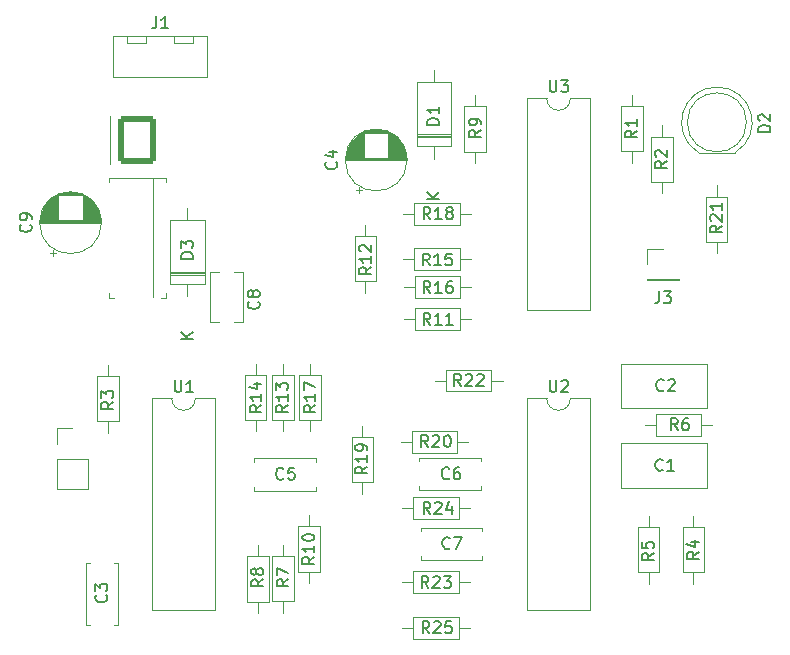
<source format=gto>
%TF.GenerationSoftware,KiCad,Pcbnew,(6.0.4)*%
%TF.CreationDate,2022-04-22T20:46:49-07:00*%
%TF.ProjectId,beacondetector-v2,62656163-6f6e-4646-9574-6563746f722d,v2.0*%
%TF.SameCoordinates,Original*%
%TF.FileFunction,Legend,Top*%
%TF.FilePolarity,Positive*%
%FSLAX46Y46*%
G04 Gerber Fmt 4.6, Leading zero omitted, Abs format (unit mm)*
G04 Created by KiCad (PCBNEW (6.0.4)) date 2022-04-22 20:46:49*
%MOMM*%
%LPD*%
G01*
G04 APERTURE LIST*
G04 Aperture macros list*
%AMRoundRect*
0 Rectangle with rounded corners*
0 $1 Rounding radius*
0 $2 $3 $4 $5 $6 $7 $8 $9 X,Y pos of 4 corners*
0 Add a 4 corners polygon primitive as box body*
4,1,4,$2,$3,$4,$5,$6,$7,$8,$9,$2,$3,0*
0 Add four circle primitives for the rounded corners*
1,1,$1+$1,$2,$3*
1,1,$1+$1,$4,$5*
1,1,$1+$1,$6,$7*
1,1,$1+$1,$8,$9*
0 Add four rect primitives between the rounded corners*
20,1,$1+$1,$2,$3,$4,$5,0*
20,1,$1+$1,$4,$5,$6,$7,0*
20,1,$1+$1,$6,$7,$8,$9,0*
20,1,$1+$1,$8,$9,$2,$3,0*%
G04 Aperture macros list end*
%ADD10C,0.150000*%
%ADD11C,0.120000*%
%ADD12C,0.100000*%
%ADD13O,1.600000X1.600000*%
%ADD14R,1.600000X1.600000*%
%ADD15C,1.600000*%
%ADD16C,3.200000*%
%ADD17O,1.400000X1.400000*%
%ADD18C,1.400000*%
%ADD19R,2.200000X2.200000*%
%ADD20O,2.200000X2.200000*%
%ADD21C,2.000000*%
%ADD22R,2.000000X2.000000*%
%ADD23R,1.700000X1.700000*%
%ADD24O,1.700000X1.700000*%
%ADD25C,1.800000*%
%ADD26R,1.800000X1.800000*%
%ADD27RoundRect,0.250000X-1.330000X-1.800000X1.330000X-1.800000X1.330000X1.800000X-1.330000X1.800000X0*%
%ADD28O,3.160000X4.100000*%
G04 APERTURE END LIST*
D10*
X158531495Y-78295780D02*
X158531495Y-79105304D01*
X158579114Y-79200542D01*
X158626733Y-79248161D01*
X158721971Y-79295780D01*
X158912447Y-79295780D01*
X159007685Y-79248161D01*
X159055304Y-79200542D01*
X159102923Y-79105304D01*
X159102923Y-78295780D01*
X159483876Y-78295780D02*
X160102923Y-78295780D01*
X159769590Y-78676733D01*
X159912447Y-78676733D01*
X160007685Y-78724352D01*
X160055304Y-78771971D01*
X160102923Y-78867209D01*
X160102923Y-79105304D01*
X160055304Y-79200542D01*
X160007685Y-79248161D01*
X159912447Y-79295780D01*
X159626733Y-79295780D01*
X159531495Y-79248161D01*
X159483876Y-79200542D01*
X168108333Y-111278942D02*
X168060714Y-111326561D01*
X167917857Y-111374180D01*
X167822619Y-111374180D01*
X167679761Y-111326561D01*
X167584523Y-111231323D01*
X167536904Y-111136085D01*
X167489285Y-110945609D01*
X167489285Y-110802752D01*
X167536904Y-110612276D01*
X167584523Y-110517038D01*
X167679761Y-110421800D01*
X167822619Y-110374180D01*
X167917857Y-110374180D01*
X168060714Y-110421800D01*
X168108333Y-110469419D01*
X169060714Y-111374180D02*
X168489285Y-111374180D01*
X168775000Y-111374180D02*
X168775000Y-110374180D01*
X168679761Y-110517038D01*
X168584523Y-110612276D01*
X168489285Y-110659895D01*
X167355780Y-118327466D02*
X166879590Y-118660800D01*
X167355780Y-118898895D02*
X166355780Y-118898895D01*
X166355780Y-118517942D01*
X166403400Y-118422704D01*
X166451019Y-118375085D01*
X166546257Y-118327466D01*
X166689114Y-118327466D01*
X166784352Y-118375085D01*
X166831971Y-118422704D01*
X166879590Y-118517942D01*
X166879590Y-118898895D01*
X166355780Y-117422704D02*
X166355780Y-117898895D01*
X166831971Y-117946514D01*
X166784352Y-117898895D01*
X166736733Y-117803657D01*
X166736733Y-117565561D01*
X166784352Y-117470323D01*
X166831971Y-117422704D01*
X166927209Y-117375085D01*
X167165304Y-117375085D01*
X167260542Y-117422704D01*
X167308161Y-117470323D01*
X167355780Y-117565561D01*
X167355780Y-117803657D01*
X167308161Y-117898895D01*
X167260542Y-117946514D01*
X148378942Y-93975180D02*
X148045609Y-93498990D01*
X147807514Y-93975180D02*
X147807514Y-92975180D01*
X148188466Y-92975180D01*
X148283704Y-93022800D01*
X148331323Y-93070419D01*
X148378942Y-93165657D01*
X148378942Y-93308514D01*
X148331323Y-93403752D01*
X148283704Y-93451371D01*
X148188466Y-93498990D01*
X147807514Y-93498990D01*
X149331323Y-93975180D02*
X148759895Y-93975180D01*
X149045609Y-93975180D02*
X149045609Y-92975180D01*
X148950371Y-93118038D01*
X148855133Y-93213276D01*
X148759895Y-93260895D01*
X150236085Y-92975180D02*
X149759895Y-92975180D01*
X149712276Y-93451371D01*
X149759895Y-93403752D01*
X149855133Y-93356133D01*
X150093228Y-93356133D01*
X150188466Y-93403752D01*
X150236085Y-93451371D01*
X150283704Y-93546609D01*
X150283704Y-93784704D01*
X150236085Y-93879942D01*
X150188466Y-93927561D01*
X150093228Y-93975180D01*
X149855133Y-93975180D01*
X149759895Y-93927561D01*
X149712276Y-93879942D01*
X128341387Y-93397305D02*
X127341387Y-93397305D01*
X127341387Y-93159210D01*
X127389007Y-93016352D01*
X127484245Y-92921114D01*
X127579483Y-92873495D01*
X127769959Y-92825876D01*
X127912816Y-92825876D01*
X128103292Y-92873495D01*
X128198530Y-92921114D01*
X128293768Y-93016352D01*
X128341387Y-93159210D01*
X128341387Y-93397305D01*
X127341387Y-92492543D02*
X127341387Y-91873495D01*
X127722340Y-92206829D01*
X127722340Y-92063971D01*
X127769959Y-91968733D01*
X127817578Y-91921114D01*
X127912816Y-91873495D01*
X128150911Y-91873495D01*
X128246149Y-91921114D01*
X128293768Y-91968733D01*
X128341387Y-92063971D01*
X128341387Y-92349686D01*
X128293768Y-92444924D01*
X128246149Y-92492543D01*
X128315980Y-100185504D02*
X127315980Y-100185504D01*
X128315980Y-99614076D02*
X127744552Y-100042647D01*
X127315980Y-99614076D02*
X127887409Y-100185504D01*
X148429742Y-90063580D02*
X148096409Y-89587390D01*
X147858314Y-90063580D02*
X147858314Y-89063580D01*
X148239266Y-89063580D01*
X148334504Y-89111200D01*
X148382123Y-89158819D01*
X148429742Y-89254057D01*
X148429742Y-89396914D01*
X148382123Y-89492152D01*
X148334504Y-89539771D01*
X148239266Y-89587390D01*
X147858314Y-89587390D01*
X149382123Y-90063580D02*
X148810695Y-90063580D01*
X149096409Y-90063580D02*
X149096409Y-89063580D01*
X149001171Y-89206438D01*
X148905933Y-89301676D01*
X148810695Y-89349295D01*
X149953552Y-89492152D02*
X149858314Y-89444533D01*
X149810695Y-89396914D01*
X149763076Y-89301676D01*
X149763076Y-89254057D01*
X149810695Y-89158819D01*
X149858314Y-89111200D01*
X149953552Y-89063580D01*
X150144028Y-89063580D01*
X150239266Y-89111200D01*
X150286885Y-89158819D01*
X150334504Y-89254057D01*
X150334504Y-89301676D01*
X150286885Y-89396914D01*
X150239266Y-89444533D01*
X150144028Y-89492152D01*
X149953552Y-89492152D01*
X149858314Y-89539771D01*
X149810695Y-89587390D01*
X149763076Y-89682628D01*
X149763076Y-89873104D01*
X149810695Y-89968342D01*
X149858314Y-90015961D01*
X149953552Y-90063580D01*
X150144028Y-90063580D01*
X150239266Y-90015961D01*
X150286885Y-89968342D01*
X150334504Y-89873104D01*
X150334504Y-89682628D01*
X150286885Y-89587390D01*
X150239266Y-89539771D01*
X150144028Y-89492152D01*
X136418580Y-120562666D02*
X135942390Y-120896000D01*
X136418580Y-121134095D02*
X135418580Y-121134095D01*
X135418580Y-120753142D01*
X135466200Y-120657904D01*
X135513819Y-120610285D01*
X135609057Y-120562666D01*
X135751914Y-120562666D01*
X135847152Y-120610285D01*
X135894771Y-120657904D01*
X135942390Y-120753142D01*
X135942390Y-121134095D01*
X135418580Y-120229333D02*
X135418580Y-119562666D01*
X136418580Y-119991238D01*
X136367780Y-105806257D02*
X135891590Y-106139590D01*
X136367780Y-106377685D02*
X135367780Y-106377685D01*
X135367780Y-105996733D01*
X135415400Y-105901495D01*
X135463019Y-105853876D01*
X135558257Y-105806257D01*
X135701114Y-105806257D01*
X135796352Y-105853876D01*
X135843971Y-105901495D01*
X135891590Y-105996733D01*
X135891590Y-106377685D01*
X136367780Y-104853876D02*
X136367780Y-105425304D01*
X136367780Y-105139590D02*
X135367780Y-105139590D01*
X135510638Y-105234828D01*
X135605876Y-105330066D01*
X135653495Y-105425304D01*
X135367780Y-104520542D02*
X135367780Y-103901495D01*
X135748733Y-104234828D01*
X135748733Y-104091971D01*
X135796352Y-103996733D01*
X135843971Y-103949114D01*
X135939209Y-103901495D01*
X136177304Y-103901495D01*
X136272542Y-103949114D01*
X136320161Y-103996733D01*
X136367780Y-104091971D01*
X136367780Y-104377685D01*
X136320161Y-104472923D01*
X136272542Y-104520542D01*
X140450542Y-85215066D02*
X140498161Y-85262685D01*
X140545780Y-85405542D01*
X140545780Y-85500780D01*
X140498161Y-85643638D01*
X140402923Y-85738876D01*
X140307685Y-85786495D01*
X140117209Y-85834114D01*
X139974352Y-85834114D01*
X139783876Y-85786495D01*
X139688638Y-85738876D01*
X139593400Y-85643638D01*
X139545780Y-85500780D01*
X139545780Y-85405542D01*
X139593400Y-85262685D01*
X139641019Y-85215066D01*
X139879114Y-84357923D02*
X140545780Y-84357923D01*
X139498161Y-84596019D02*
X140212447Y-84834114D01*
X140212447Y-84215066D01*
X134132580Y-105806257D02*
X133656390Y-106139590D01*
X134132580Y-106377685D02*
X133132580Y-106377685D01*
X133132580Y-105996733D01*
X133180200Y-105901495D01*
X133227819Y-105853876D01*
X133323057Y-105806257D01*
X133465914Y-105806257D01*
X133561152Y-105853876D01*
X133608771Y-105901495D01*
X133656390Y-105996733D01*
X133656390Y-106377685D01*
X134132580Y-104853876D02*
X134132580Y-105425304D01*
X134132580Y-105139590D02*
X133132580Y-105139590D01*
X133275438Y-105234828D01*
X133370676Y-105330066D01*
X133418295Y-105425304D01*
X133465914Y-103996733D02*
X134132580Y-103996733D01*
X133084961Y-104234828D02*
X133799247Y-104472923D01*
X133799247Y-103853876D01*
X148277342Y-121280180D02*
X147944009Y-120803990D01*
X147705914Y-121280180D02*
X147705914Y-120280180D01*
X148086866Y-120280180D01*
X148182104Y-120327800D01*
X148229723Y-120375419D01*
X148277342Y-120470657D01*
X148277342Y-120613514D01*
X148229723Y-120708752D01*
X148182104Y-120756371D01*
X148086866Y-120803990D01*
X147705914Y-120803990D01*
X148658295Y-120375419D02*
X148705914Y-120327800D01*
X148801152Y-120280180D01*
X149039247Y-120280180D01*
X149134485Y-120327800D01*
X149182104Y-120375419D01*
X149229723Y-120470657D01*
X149229723Y-120565895D01*
X149182104Y-120708752D01*
X148610676Y-121280180D01*
X149229723Y-121280180D01*
X149563057Y-120280180D02*
X150182104Y-120280180D01*
X149848771Y-120661133D01*
X149991628Y-120661133D01*
X150086866Y-120708752D01*
X150134485Y-120756371D01*
X150182104Y-120851609D01*
X150182104Y-121089704D01*
X150134485Y-121184942D01*
X150086866Y-121232561D01*
X149991628Y-121280180D01*
X149705914Y-121280180D01*
X149610676Y-121232561D01*
X149563057Y-121184942D01*
X143098780Y-111005857D02*
X142622590Y-111339190D01*
X143098780Y-111577285D02*
X142098780Y-111577285D01*
X142098780Y-111196333D01*
X142146400Y-111101095D01*
X142194019Y-111053476D01*
X142289257Y-111005857D01*
X142432114Y-111005857D01*
X142527352Y-111053476D01*
X142574971Y-111101095D01*
X142622590Y-111196333D01*
X142622590Y-111577285D01*
X143098780Y-110053476D02*
X143098780Y-110624904D01*
X143098780Y-110339190D02*
X142098780Y-110339190D01*
X142241638Y-110434428D01*
X142336876Y-110529666D01*
X142384495Y-110624904D01*
X143098780Y-109577285D02*
X143098780Y-109386809D01*
X143051161Y-109291571D01*
X143003542Y-109243952D01*
X142860685Y-109148714D01*
X142670209Y-109101095D01*
X142289257Y-109101095D01*
X142194019Y-109148714D01*
X142146400Y-109196333D01*
X142098780Y-109291571D01*
X142098780Y-109482047D01*
X142146400Y-109577285D01*
X142194019Y-109624904D01*
X142289257Y-109672523D01*
X142527352Y-109672523D01*
X142622590Y-109624904D01*
X142670209Y-109577285D01*
X142717828Y-109482047D01*
X142717828Y-109291571D01*
X142670209Y-109196333D01*
X142622590Y-109148714D01*
X142527352Y-109101095D01*
X148429742Y-96311980D02*
X148096409Y-95835790D01*
X147858314Y-96311980D02*
X147858314Y-95311980D01*
X148239266Y-95311980D01*
X148334504Y-95359600D01*
X148382123Y-95407219D01*
X148429742Y-95502457D01*
X148429742Y-95645314D01*
X148382123Y-95740552D01*
X148334504Y-95788171D01*
X148239266Y-95835790D01*
X147858314Y-95835790D01*
X149382123Y-96311980D02*
X148810695Y-96311980D01*
X149096409Y-96311980D02*
X149096409Y-95311980D01*
X149001171Y-95454838D01*
X148905933Y-95550076D01*
X148810695Y-95597695D01*
X150239266Y-95311980D02*
X150048790Y-95311980D01*
X149953552Y-95359600D01*
X149905933Y-95407219D01*
X149810695Y-95550076D01*
X149763076Y-95740552D01*
X149763076Y-96121504D01*
X149810695Y-96216742D01*
X149858314Y-96264361D01*
X149953552Y-96311980D01*
X150144028Y-96311980D01*
X150239266Y-96264361D01*
X150286885Y-96216742D01*
X150334504Y-96121504D01*
X150334504Y-95883409D01*
X150286885Y-95788171D01*
X150239266Y-95740552D01*
X150144028Y-95692933D01*
X149953552Y-95692933D01*
X149858314Y-95740552D01*
X149810695Y-95788171D01*
X149763076Y-95883409D01*
X151045942Y-104185980D02*
X150712609Y-103709790D01*
X150474514Y-104185980D02*
X150474514Y-103185980D01*
X150855466Y-103185980D01*
X150950704Y-103233600D01*
X150998323Y-103281219D01*
X151045942Y-103376457D01*
X151045942Y-103519314D01*
X150998323Y-103614552D01*
X150950704Y-103662171D01*
X150855466Y-103709790D01*
X150474514Y-103709790D01*
X151426895Y-103281219D02*
X151474514Y-103233600D01*
X151569752Y-103185980D01*
X151807847Y-103185980D01*
X151903085Y-103233600D01*
X151950704Y-103281219D01*
X151998323Y-103376457D01*
X151998323Y-103471695D01*
X151950704Y-103614552D01*
X151379276Y-104185980D01*
X151998323Y-104185980D01*
X152379276Y-103281219D02*
X152426895Y-103233600D01*
X152522133Y-103185980D01*
X152760228Y-103185980D01*
X152855466Y-103233600D01*
X152903085Y-103281219D01*
X152950704Y-103376457D01*
X152950704Y-103471695D01*
X152903085Y-103614552D01*
X152331657Y-104185980D01*
X152950704Y-104185980D01*
X136002733Y-112015542D02*
X135955114Y-112063161D01*
X135812257Y-112110780D01*
X135717019Y-112110780D01*
X135574161Y-112063161D01*
X135478923Y-111967923D01*
X135431304Y-111872685D01*
X135383685Y-111682209D01*
X135383685Y-111539352D01*
X135431304Y-111348876D01*
X135478923Y-111253638D01*
X135574161Y-111158400D01*
X135717019Y-111110780D01*
X135812257Y-111110780D01*
X135955114Y-111158400D01*
X136002733Y-111206019D01*
X136907495Y-111110780D02*
X136431304Y-111110780D01*
X136383685Y-111586971D01*
X136431304Y-111539352D01*
X136526542Y-111491733D01*
X136764638Y-111491733D01*
X136859876Y-111539352D01*
X136907495Y-111586971D01*
X136955114Y-111682209D01*
X136955114Y-111920304D01*
X136907495Y-112015542D01*
X136859876Y-112063161D01*
X136764638Y-112110780D01*
X136526542Y-112110780D01*
X136431304Y-112063161D01*
X136383685Y-112015542D01*
X165933380Y-82564266D02*
X165457190Y-82897600D01*
X165933380Y-83135695D02*
X164933380Y-83135695D01*
X164933380Y-82754742D01*
X164981000Y-82659504D01*
X165028619Y-82611885D01*
X165123857Y-82564266D01*
X165266714Y-82564266D01*
X165361952Y-82611885D01*
X165409571Y-82659504D01*
X165457190Y-82754742D01*
X165457190Y-83135695D01*
X165933380Y-81611885D02*
X165933380Y-82183314D01*
X165933380Y-81897600D02*
X164933380Y-81897600D01*
X165076238Y-81992838D01*
X165171476Y-82088076D01*
X165219095Y-82183314D01*
X114572742Y-90523666D02*
X114620361Y-90571285D01*
X114667980Y-90714142D01*
X114667980Y-90809380D01*
X114620361Y-90952238D01*
X114525123Y-91047476D01*
X114429885Y-91095095D01*
X114239409Y-91142714D01*
X114096552Y-91142714D01*
X113906076Y-91095095D01*
X113810838Y-91047476D01*
X113715600Y-90952238D01*
X113667980Y-90809380D01*
X113667980Y-90714142D01*
X113715600Y-90571285D01*
X113763219Y-90523666D01*
X114667980Y-90047476D02*
X114667980Y-89857000D01*
X114620361Y-89761761D01*
X114572742Y-89714142D01*
X114429885Y-89618904D01*
X114239409Y-89571285D01*
X113858457Y-89571285D01*
X113763219Y-89618904D01*
X113715600Y-89666523D01*
X113667980Y-89761761D01*
X113667980Y-89952238D01*
X113715600Y-90047476D01*
X113763219Y-90095095D01*
X113858457Y-90142714D01*
X114096552Y-90142714D01*
X114191790Y-90095095D01*
X114239409Y-90047476D01*
X114287028Y-89952238D01*
X114287028Y-89761761D01*
X114239409Y-89666523D01*
X114191790Y-89618904D01*
X114096552Y-89571285D01*
X158531495Y-103695780D02*
X158531495Y-104505304D01*
X158579114Y-104600542D01*
X158626733Y-104648161D01*
X158721971Y-104695780D01*
X158912447Y-104695780D01*
X159007685Y-104648161D01*
X159055304Y-104600542D01*
X159102923Y-104505304D01*
X159102923Y-103695780D01*
X159531495Y-103791019D02*
X159579114Y-103743400D01*
X159674352Y-103695780D01*
X159912447Y-103695780D01*
X160007685Y-103743400D01*
X160055304Y-103791019D01*
X160102923Y-103886257D01*
X160102923Y-103981495D01*
X160055304Y-104124352D01*
X159483876Y-104695780D01*
X160102923Y-104695780D01*
X148429742Y-115006380D02*
X148096409Y-114530190D01*
X147858314Y-115006380D02*
X147858314Y-114006380D01*
X148239266Y-114006380D01*
X148334504Y-114054000D01*
X148382123Y-114101619D01*
X148429742Y-114196857D01*
X148429742Y-114339714D01*
X148382123Y-114434952D01*
X148334504Y-114482571D01*
X148239266Y-114530190D01*
X147858314Y-114530190D01*
X148810695Y-114101619D02*
X148858314Y-114054000D01*
X148953552Y-114006380D01*
X149191647Y-114006380D01*
X149286885Y-114054000D01*
X149334504Y-114101619D01*
X149382123Y-114196857D01*
X149382123Y-114292095D01*
X149334504Y-114434952D01*
X148763076Y-115006380D01*
X149382123Y-115006380D01*
X150239266Y-114339714D02*
X150239266Y-115006380D01*
X150001171Y-113958761D02*
X149763076Y-114673047D01*
X150382123Y-114673047D01*
X148429742Y-99004380D02*
X148096409Y-98528190D01*
X147858314Y-99004380D02*
X147858314Y-98004380D01*
X148239266Y-98004380D01*
X148334504Y-98052000D01*
X148382123Y-98099619D01*
X148429742Y-98194857D01*
X148429742Y-98337714D01*
X148382123Y-98432952D01*
X148334504Y-98480571D01*
X148239266Y-98528190D01*
X147858314Y-98528190D01*
X149382123Y-99004380D02*
X148810695Y-99004380D01*
X149096409Y-99004380D02*
X149096409Y-98004380D01*
X149001171Y-98147238D01*
X148905933Y-98242476D01*
X148810695Y-98290095D01*
X150334504Y-99004380D02*
X149763076Y-99004380D01*
X150048790Y-99004380D02*
X150048790Y-98004380D01*
X149953552Y-98147238D01*
X149858314Y-98242476D01*
X149763076Y-98290095D01*
X173121580Y-90609657D02*
X172645390Y-90942990D01*
X173121580Y-91181085D02*
X172121580Y-91181085D01*
X172121580Y-90800133D01*
X172169200Y-90704895D01*
X172216819Y-90657276D01*
X172312057Y-90609657D01*
X172454914Y-90609657D01*
X172550152Y-90657276D01*
X172597771Y-90704895D01*
X172645390Y-90800133D01*
X172645390Y-91181085D01*
X172216819Y-90228704D02*
X172169200Y-90181085D01*
X172121580Y-90085847D01*
X172121580Y-89847752D01*
X172169200Y-89752514D01*
X172216819Y-89704895D01*
X172312057Y-89657276D01*
X172407295Y-89657276D01*
X172550152Y-89704895D01*
X173121580Y-90276323D01*
X173121580Y-89657276D01*
X173121580Y-88704895D02*
X173121580Y-89276323D01*
X173121580Y-88990609D02*
X172121580Y-88990609D01*
X172264438Y-89085847D01*
X172359676Y-89181085D01*
X172407295Y-89276323D01*
X169378333Y-107919780D02*
X169045000Y-107443590D01*
X168806904Y-107919780D02*
X168806904Y-106919780D01*
X169187857Y-106919780D01*
X169283095Y-106967400D01*
X169330714Y-107015019D01*
X169378333Y-107110257D01*
X169378333Y-107253114D01*
X169330714Y-107348352D01*
X169283095Y-107395971D01*
X169187857Y-107443590D01*
X168806904Y-107443590D01*
X170235476Y-106919780D02*
X170045000Y-106919780D01*
X169949761Y-106967400D01*
X169902142Y-107015019D01*
X169806904Y-107157876D01*
X169759285Y-107348352D01*
X169759285Y-107729304D01*
X169806904Y-107824542D01*
X169854523Y-107872161D01*
X169949761Y-107919780D01*
X170140238Y-107919780D01*
X170235476Y-107872161D01*
X170283095Y-107824542D01*
X170330714Y-107729304D01*
X170330714Y-107491209D01*
X170283095Y-107395971D01*
X170235476Y-107348352D01*
X170140238Y-107300733D01*
X169949761Y-107300733D01*
X169854523Y-107348352D01*
X169806904Y-107395971D01*
X169759285Y-107491209D01*
X150023533Y-111990142D02*
X149975914Y-112037761D01*
X149833057Y-112085380D01*
X149737819Y-112085380D01*
X149594961Y-112037761D01*
X149499723Y-111942523D01*
X149452104Y-111847285D01*
X149404485Y-111656809D01*
X149404485Y-111513952D01*
X149452104Y-111323476D01*
X149499723Y-111228238D01*
X149594961Y-111133000D01*
X149737819Y-111085380D01*
X149833057Y-111085380D01*
X149975914Y-111133000D01*
X150023533Y-111180619D01*
X150880676Y-111085380D02*
X150690200Y-111085380D01*
X150594961Y-111133000D01*
X150547342Y-111180619D01*
X150452104Y-111323476D01*
X150404485Y-111513952D01*
X150404485Y-111894904D01*
X150452104Y-111990142D01*
X150499723Y-112037761D01*
X150594961Y-112085380D01*
X150785438Y-112085380D01*
X150880676Y-112037761D01*
X150928295Y-111990142D01*
X150975914Y-111894904D01*
X150975914Y-111656809D01*
X150928295Y-111561571D01*
X150880676Y-111513952D01*
X150785438Y-111466333D01*
X150594961Y-111466333D01*
X150499723Y-111513952D01*
X150452104Y-111561571D01*
X150404485Y-111656809D01*
X134284980Y-120562666D02*
X133808790Y-120896000D01*
X134284980Y-121134095D02*
X133284980Y-121134095D01*
X133284980Y-120753142D01*
X133332600Y-120657904D01*
X133380219Y-120610285D01*
X133475457Y-120562666D01*
X133618314Y-120562666D01*
X133713552Y-120610285D01*
X133761171Y-120657904D01*
X133808790Y-120753142D01*
X133808790Y-121134095D01*
X133713552Y-119991238D02*
X133665933Y-120086476D01*
X133618314Y-120134095D01*
X133523076Y-120181714D01*
X133475457Y-120181714D01*
X133380219Y-120134095D01*
X133332600Y-120086476D01*
X133284980Y-119991238D01*
X133284980Y-119800761D01*
X133332600Y-119705523D01*
X133380219Y-119657904D01*
X133475457Y-119610285D01*
X133523076Y-119610285D01*
X133618314Y-119657904D01*
X133665933Y-119705523D01*
X133713552Y-119800761D01*
X133713552Y-119991238D01*
X133761171Y-120086476D01*
X133808790Y-120134095D01*
X133904028Y-120181714D01*
X134094504Y-120181714D01*
X134189742Y-120134095D01*
X134237361Y-120086476D01*
X134284980Y-119991238D01*
X134284980Y-119800761D01*
X134237361Y-119705523D01*
X134189742Y-119657904D01*
X134094504Y-119610285D01*
X133904028Y-119610285D01*
X133808790Y-119657904D01*
X133761171Y-119705523D01*
X133713552Y-119800761D01*
X120981742Y-121883466D02*
X121029361Y-121931085D01*
X121076980Y-122073942D01*
X121076980Y-122169180D01*
X121029361Y-122312038D01*
X120934123Y-122407276D01*
X120838885Y-122454895D01*
X120648409Y-122502514D01*
X120505552Y-122502514D01*
X120315076Y-122454895D01*
X120219838Y-122407276D01*
X120124600Y-122312038D01*
X120076980Y-122169180D01*
X120076980Y-122073942D01*
X120124600Y-121931085D01*
X120172219Y-121883466D01*
X120076980Y-121550133D02*
X120076980Y-120931085D01*
X120457933Y-121264419D01*
X120457933Y-121121561D01*
X120505552Y-121026323D01*
X120553171Y-120978704D01*
X120648409Y-120931085D01*
X120886504Y-120931085D01*
X120981742Y-120978704D01*
X121029361Y-121026323D01*
X121076980Y-121121561D01*
X121076980Y-121407276D01*
X121029361Y-121502514D01*
X120981742Y-121550133D01*
X148353542Y-125115580D02*
X148020209Y-124639390D01*
X147782114Y-125115580D02*
X147782114Y-124115580D01*
X148163066Y-124115580D01*
X148258304Y-124163200D01*
X148305923Y-124210819D01*
X148353542Y-124306057D01*
X148353542Y-124448914D01*
X148305923Y-124544152D01*
X148258304Y-124591771D01*
X148163066Y-124639390D01*
X147782114Y-124639390D01*
X148734495Y-124210819D02*
X148782114Y-124163200D01*
X148877352Y-124115580D01*
X149115447Y-124115580D01*
X149210685Y-124163200D01*
X149258304Y-124210819D01*
X149305923Y-124306057D01*
X149305923Y-124401295D01*
X149258304Y-124544152D01*
X148686876Y-125115580D01*
X149305923Y-125115580D01*
X150210685Y-124115580D02*
X149734495Y-124115580D01*
X149686876Y-124591771D01*
X149734495Y-124544152D01*
X149829733Y-124496533D01*
X150067828Y-124496533D01*
X150163066Y-124544152D01*
X150210685Y-124591771D01*
X150258304Y-124687009D01*
X150258304Y-124925104D01*
X150210685Y-125020342D01*
X150163066Y-125067961D01*
X150067828Y-125115580D01*
X149829733Y-125115580D01*
X149734495Y-125067961D01*
X149686876Y-125020342D01*
X126781495Y-103695780D02*
X126781495Y-104505304D01*
X126829114Y-104600542D01*
X126876733Y-104648161D01*
X126971971Y-104695780D01*
X127162447Y-104695780D01*
X127257685Y-104648161D01*
X127305304Y-104600542D01*
X127352923Y-104505304D01*
X127352923Y-103695780D01*
X128352923Y-104695780D02*
X127781495Y-104695780D01*
X128067209Y-104695780D02*
X128067209Y-103695780D01*
X127971971Y-103838638D01*
X127876733Y-103933876D01*
X127781495Y-103981495D01*
X152725380Y-82513466D02*
X152249190Y-82846800D01*
X152725380Y-83084895D02*
X151725380Y-83084895D01*
X151725380Y-82703942D01*
X151773000Y-82608704D01*
X151820619Y-82561085D01*
X151915857Y-82513466D01*
X152058714Y-82513466D01*
X152153952Y-82561085D01*
X152201571Y-82608704D01*
X152249190Y-82703942D01*
X152249190Y-83084895D01*
X152725380Y-82037276D02*
X152725380Y-81846800D01*
X152677761Y-81751561D01*
X152630142Y-81703942D01*
X152487285Y-81608704D01*
X152296809Y-81561085D01*
X151915857Y-81561085D01*
X151820619Y-81608704D01*
X151773000Y-81656323D01*
X151725380Y-81751561D01*
X151725380Y-81942038D01*
X151773000Y-82037276D01*
X151820619Y-82084895D01*
X151915857Y-82132514D01*
X152153952Y-82132514D01*
X152249190Y-82084895D01*
X152296809Y-82037276D01*
X152344428Y-81942038D01*
X152344428Y-81751561D01*
X152296809Y-81656323D01*
X152249190Y-81608704D01*
X152153952Y-81561085D01*
X133884942Y-97042266D02*
X133932561Y-97089885D01*
X133980180Y-97232742D01*
X133980180Y-97327980D01*
X133932561Y-97470838D01*
X133837323Y-97566076D01*
X133742085Y-97613695D01*
X133551609Y-97661314D01*
X133408752Y-97661314D01*
X133218276Y-97613695D01*
X133123038Y-97566076D01*
X133027800Y-97470838D01*
X132980180Y-97327980D01*
X132980180Y-97232742D01*
X133027800Y-97089885D01*
X133075419Y-97042266D01*
X133408752Y-96470838D02*
X133361133Y-96566076D01*
X133313514Y-96613695D01*
X133218276Y-96661314D01*
X133170657Y-96661314D01*
X133075419Y-96613695D01*
X133027800Y-96566076D01*
X132980180Y-96470838D01*
X132980180Y-96280361D01*
X133027800Y-96185123D01*
X133075419Y-96137504D01*
X133170657Y-96089885D01*
X133218276Y-96089885D01*
X133313514Y-96137504D01*
X133361133Y-96185123D01*
X133408752Y-96280361D01*
X133408752Y-96470838D01*
X133456371Y-96566076D01*
X133503990Y-96613695D01*
X133599228Y-96661314D01*
X133789704Y-96661314D01*
X133884942Y-96613695D01*
X133932561Y-96566076D01*
X133980180Y-96470838D01*
X133980180Y-96280361D01*
X133932561Y-96185123D01*
X133884942Y-96137504D01*
X133789704Y-96089885D01*
X133599228Y-96089885D01*
X133503990Y-96137504D01*
X133456371Y-96185123D01*
X133408752Y-96280361D01*
X121584980Y-105525866D02*
X121108790Y-105859200D01*
X121584980Y-106097295D02*
X120584980Y-106097295D01*
X120584980Y-105716342D01*
X120632600Y-105621104D01*
X120680219Y-105573485D01*
X120775457Y-105525866D01*
X120918314Y-105525866D01*
X121013552Y-105573485D01*
X121061171Y-105621104D01*
X121108790Y-105716342D01*
X121108790Y-106097295D01*
X120584980Y-105192533D02*
X120584980Y-104573485D01*
X120965933Y-104906819D01*
X120965933Y-104763961D01*
X121013552Y-104668723D01*
X121061171Y-104621104D01*
X121156409Y-104573485D01*
X121394504Y-104573485D01*
X121489742Y-104621104D01*
X121537361Y-104668723D01*
X121584980Y-104763961D01*
X121584980Y-105049676D01*
X121537361Y-105144914D01*
X121489742Y-105192533D01*
X177210980Y-82678495D02*
X176210980Y-82678495D01*
X176210980Y-82440400D01*
X176258600Y-82297542D01*
X176353838Y-82202304D01*
X176449076Y-82154685D01*
X176639552Y-82107066D01*
X176782409Y-82107066D01*
X176972885Y-82154685D01*
X177068123Y-82202304D01*
X177163361Y-82297542D01*
X177210980Y-82440400D01*
X177210980Y-82678495D01*
X176306219Y-81726114D02*
X176258600Y-81678495D01*
X176210980Y-81583257D01*
X176210980Y-81345161D01*
X176258600Y-81249923D01*
X176306219Y-81202304D01*
X176401457Y-81154685D01*
X176496695Y-81154685D01*
X176639552Y-81202304D01*
X177210980Y-81773733D01*
X177210980Y-81154685D01*
X143428980Y-94114857D02*
X142952790Y-94448190D01*
X143428980Y-94686285D02*
X142428980Y-94686285D01*
X142428980Y-94305333D01*
X142476600Y-94210095D01*
X142524219Y-94162476D01*
X142619457Y-94114857D01*
X142762314Y-94114857D01*
X142857552Y-94162476D01*
X142905171Y-94210095D01*
X142952790Y-94305333D01*
X142952790Y-94686285D01*
X143428980Y-93162476D02*
X143428980Y-93733904D01*
X143428980Y-93448190D02*
X142428980Y-93448190D01*
X142571838Y-93543428D01*
X142667076Y-93638666D01*
X142714695Y-93733904D01*
X142524219Y-92781523D02*
X142476600Y-92733904D01*
X142428980Y-92638666D01*
X142428980Y-92400571D01*
X142476600Y-92305333D01*
X142524219Y-92257714D01*
X142619457Y-92210095D01*
X142714695Y-92210095D01*
X142857552Y-92257714D01*
X143428980Y-92829142D01*
X143428980Y-92210095D01*
X150074333Y-117908342D02*
X150026714Y-117955961D01*
X149883857Y-118003580D01*
X149788619Y-118003580D01*
X149645761Y-117955961D01*
X149550523Y-117860723D01*
X149502904Y-117765485D01*
X149455285Y-117575009D01*
X149455285Y-117432152D01*
X149502904Y-117241676D01*
X149550523Y-117146438D01*
X149645761Y-117051200D01*
X149788619Y-117003580D01*
X149883857Y-117003580D01*
X150026714Y-117051200D01*
X150074333Y-117098819D01*
X150407666Y-117003580D02*
X151074333Y-117003580D01*
X150645761Y-118003580D01*
X138602980Y-118646257D02*
X138126790Y-118979590D01*
X138602980Y-119217685D02*
X137602980Y-119217685D01*
X137602980Y-118836733D01*
X137650600Y-118741495D01*
X137698219Y-118693876D01*
X137793457Y-118646257D01*
X137936314Y-118646257D01*
X138031552Y-118693876D01*
X138079171Y-118741495D01*
X138126790Y-118836733D01*
X138126790Y-119217685D01*
X138602980Y-117693876D02*
X138602980Y-118265304D01*
X138602980Y-117979590D02*
X137602980Y-117979590D01*
X137745838Y-118074828D01*
X137841076Y-118170066D01*
X137888695Y-118265304D01*
X137602980Y-117074828D02*
X137602980Y-116979590D01*
X137650600Y-116884352D01*
X137698219Y-116836733D01*
X137793457Y-116789114D01*
X137983933Y-116741495D01*
X138222028Y-116741495D01*
X138412504Y-116789114D01*
X138507742Y-116836733D01*
X138555361Y-116884352D01*
X138602980Y-116979590D01*
X138602980Y-117074828D01*
X138555361Y-117170066D01*
X138507742Y-117217685D01*
X138412504Y-117265304D01*
X138222028Y-117312923D01*
X137983933Y-117312923D01*
X137793457Y-117265304D01*
X137698219Y-117217685D01*
X137650600Y-117170066D01*
X137602980Y-117074828D01*
X168184533Y-104522542D02*
X168136914Y-104570161D01*
X167994057Y-104617780D01*
X167898819Y-104617780D01*
X167755961Y-104570161D01*
X167660723Y-104474923D01*
X167613104Y-104379685D01*
X167565485Y-104189209D01*
X167565485Y-104046352D01*
X167613104Y-103855876D01*
X167660723Y-103760638D01*
X167755961Y-103665400D01*
X167898819Y-103617780D01*
X167994057Y-103617780D01*
X168136914Y-103665400D01*
X168184533Y-103713019D01*
X168565485Y-103713019D02*
X168613104Y-103665400D01*
X168708342Y-103617780D01*
X168946438Y-103617780D01*
X169041676Y-103665400D01*
X169089295Y-103713019D01*
X169136914Y-103808257D01*
X169136914Y-103903495D01*
X169089295Y-104046352D01*
X168517866Y-104617780D01*
X169136914Y-104617780D01*
X125232266Y-72894380D02*
X125232266Y-73608666D01*
X125184647Y-73751523D01*
X125089409Y-73846761D01*
X124946552Y-73894380D01*
X124851314Y-73894380D01*
X126232266Y-73894380D02*
X125660838Y-73894380D01*
X125946552Y-73894380D02*
X125946552Y-72894380D01*
X125851314Y-73037238D01*
X125756076Y-73132476D01*
X125660838Y-73180095D01*
X138704580Y-105798857D02*
X138228390Y-106132190D01*
X138704580Y-106370285D02*
X137704580Y-106370285D01*
X137704580Y-105989333D01*
X137752200Y-105894095D01*
X137799819Y-105846476D01*
X137895057Y-105798857D01*
X138037914Y-105798857D01*
X138133152Y-105846476D01*
X138180771Y-105894095D01*
X138228390Y-105989333D01*
X138228390Y-106370285D01*
X138704580Y-104846476D02*
X138704580Y-105417904D01*
X138704580Y-105132190D02*
X137704580Y-105132190D01*
X137847438Y-105227428D01*
X137942676Y-105322666D01*
X137990295Y-105417904D01*
X137704580Y-104513142D02*
X137704580Y-103846476D01*
X138704580Y-104275047D01*
X148251942Y-109342180D02*
X147918609Y-108865990D01*
X147680514Y-109342180D02*
X147680514Y-108342180D01*
X148061466Y-108342180D01*
X148156704Y-108389800D01*
X148204323Y-108437419D01*
X148251942Y-108532657D01*
X148251942Y-108675514D01*
X148204323Y-108770752D01*
X148156704Y-108818371D01*
X148061466Y-108865990D01*
X147680514Y-108865990D01*
X148632895Y-108437419D02*
X148680514Y-108389800D01*
X148775752Y-108342180D01*
X149013847Y-108342180D01*
X149109085Y-108389800D01*
X149156704Y-108437419D01*
X149204323Y-108532657D01*
X149204323Y-108627895D01*
X149156704Y-108770752D01*
X148585276Y-109342180D01*
X149204323Y-109342180D01*
X149823371Y-108342180D02*
X149918609Y-108342180D01*
X150013847Y-108389800D01*
X150061466Y-108437419D01*
X150109085Y-108532657D01*
X150156704Y-108723133D01*
X150156704Y-108961228D01*
X150109085Y-109151704D01*
X150061466Y-109246942D01*
X150013847Y-109294561D01*
X149918609Y-109342180D01*
X149823371Y-109342180D01*
X149728133Y-109294561D01*
X149680514Y-109246942D01*
X149632895Y-109151704D01*
X149585276Y-108961228D01*
X149585276Y-108723133D01*
X149632895Y-108532657D01*
X149680514Y-108437419D01*
X149728133Y-108389800D01*
X149823371Y-108342180D01*
X168473380Y-85155066D02*
X167997190Y-85488400D01*
X168473380Y-85726495D02*
X167473380Y-85726495D01*
X167473380Y-85345542D01*
X167521000Y-85250304D01*
X167568619Y-85202685D01*
X167663857Y-85155066D01*
X167806714Y-85155066D01*
X167901952Y-85202685D01*
X167949571Y-85250304D01*
X167997190Y-85345542D01*
X167997190Y-85726495D01*
X167568619Y-84774114D02*
X167521000Y-84726495D01*
X167473380Y-84631257D01*
X167473380Y-84393161D01*
X167521000Y-84297923D01*
X167568619Y-84250304D01*
X167663857Y-84202685D01*
X167759095Y-84202685D01*
X167901952Y-84250304D01*
X168473380Y-84821733D01*
X168473380Y-84202685D01*
X171165780Y-118225866D02*
X170689590Y-118559200D01*
X171165780Y-118797295D02*
X170165780Y-118797295D01*
X170165780Y-118416342D01*
X170213400Y-118321104D01*
X170261019Y-118273485D01*
X170356257Y-118225866D01*
X170499114Y-118225866D01*
X170594352Y-118273485D01*
X170641971Y-118321104D01*
X170689590Y-118416342D01*
X170689590Y-118797295D01*
X170499114Y-117368723D02*
X171165780Y-117368723D01*
X170118161Y-117606819D02*
X170832447Y-117844914D01*
X170832447Y-117225866D01*
X149169380Y-82068895D02*
X148169380Y-82068895D01*
X148169380Y-81830800D01*
X148217000Y-81687942D01*
X148312238Y-81592704D01*
X148407476Y-81545085D01*
X148597952Y-81497466D01*
X148740809Y-81497466D01*
X148931285Y-81545085D01*
X149026523Y-81592704D01*
X149121761Y-81687942D01*
X149169380Y-81830800D01*
X149169380Y-82068895D01*
X149169380Y-80545085D02*
X149169380Y-81116514D01*
X149169380Y-80830800D02*
X148169380Y-80830800D01*
X148312238Y-80926038D01*
X148407476Y-81021276D01*
X148455095Y-81116514D01*
X149194780Y-88374504D02*
X148194780Y-88374504D01*
X149194780Y-87803076D02*
X148623352Y-88231647D01*
X148194780Y-87803076D02*
X148766209Y-88374504D01*
X167810066Y-96175580D02*
X167810066Y-96889866D01*
X167762447Y-97032723D01*
X167667209Y-97127961D01*
X167524352Y-97175580D01*
X167429114Y-97175580D01*
X168191019Y-96175580D02*
X168810066Y-96175580D01*
X168476733Y-96556533D01*
X168619590Y-96556533D01*
X168714828Y-96604152D01*
X168762447Y-96651771D01*
X168810066Y-96747009D01*
X168810066Y-96985104D01*
X168762447Y-97080342D01*
X168714828Y-97127961D01*
X168619590Y-97175580D01*
X168333876Y-97175580D01*
X168238638Y-97127961D01*
X168191019Y-97080342D01*
D11*
X158293400Y-79843400D02*
G75*
G03*
X160293400Y-79843400I1000000J0D01*
G01*
X161943400Y-79843400D02*
X160293400Y-79843400D01*
X156643400Y-97743400D02*
X161943400Y-97743400D01*
X161943400Y-97743400D02*
X161943400Y-79843400D01*
X156643400Y-79843400D02*
X156643400Y-97743400D01*
X158293400Y-79843400D02*
X156643400Y-79843400D01*
X164593400Y-112793400D02*
X164593400Y-109053400D01*
X171833400Y-112793400D02*
X171833400Y-109053400D01*
X171833400Y-109053400D02*
X164593400Y-109053400D01*
X171833400Y-112793400D02*
X164593400Y-112793400D01*
X167833400Y-116133400D02*
X165993400Y-116133400D01*
X165993400Y-119973400D02*
X167833400Y-119973400D01*
X166913400Y-115183400D02*
X166913400Y-116133400D01*
X167833400Y-119973400D02*
X167833400Y-116133400D01*
X166913400Y-120923400D02*
X166913400Y-119973400D01*
X165993400Y-116133400D02*
X165993400Y-119973400D01*
X150953400Y-94878400D02*
X147113400Y-94878400D01*
X147113400Y-96718400D02*
X150953400Y-96718400D01*
X146163400Y-95798400D02*
X147113400Y-95798400D01*
X150953400Y-96718400D02*
X150953400Y-94878400D01*
X151903400Y-95798400D02*
X150953400Y-95798400D01*
X147113400Y-94878400D02*
X147113400Y-96718400D01*
X129335607Y-95537010D02*
X129335607Y-90097010D01*
X126395607Y-95537010D02*
X129335607Y-95537010D01*
X129335607Y-90097010D02*
X126395607Y-90097010D01*
X126395607Y-94637010D02*
X129335607Y-94637010D01*
X127865607Y-89077010D02*
X127865607Y-90097010D01*
X127865607Y-96557010D02*
X127865607Y-95537010D01*
X126395607Y-94757010D02*
X129335607Y-94757010D01*
X126395607Y-94517010D02*
X129335607Y-94517010D01*
X126395607Y-90097010D02*
X126395607Y-95537010D01*
D12*
X121265600Y-96737000D02*
X121265600Y-96337000D01*
X126065600Y-86537000D02*
X125665600Y-86537000D01*
X121265600Y-86537000D02*
X125665600Y-86537000D01*
X126065600Y-86537000D02*
X126065600Y-86937000D01*
X124955600Y-86537000D02*
X124955600Y-96637000D01*
X126065600Y-96737000D02*
X125665600Y-96737000D01*
X126065600Y-96337000D02*
X126065600Y-96737000D01*
X121265600Y-86537000D02*
X121265600Y-86937000D01*
X121265600Y-96737000D02*
X121665600Y-96737000D01*
D11*
X146143400Y-89598400D02*
X147093400Y-89598400D01*
X147093400Y-90518400D02*
X150933400Y-90518400D01*
X150933400Y-88678400D02*
X147093400Y-88678400D01*
X147093400Y-88678400D02*
X147093400Y-90518400D01*
X151883400Y-89598400D02*
X150933400Y-89598400D01*
X150933400Y-90518400D02*
X150933400Y-88678400D01*
X136853400Y-122423400D02*
X136853400Y-118583400D01*
X135933400Y-117633400D02*
X135933400Y-118583400D01*
X135013400Y-122423400D02*
X136853400Y-122423400D01*
X136853400Y-118583400D02*
X135013400Y-118583400D01*
X135933400Y-123373400D02*
X135933400Y-122423400D01*
X135013400Y-118583400D02*
X135013400Y-122423400D01*
X135013400Y-107083400D02*
X136853400Y-107083400D01*
X135933400Y-108033400D02*
X135933400Y-107083400D01*
X136853400Y-103243400D02*
X135013400Y-103243400D01*
X136853400Y-107083400D02*
X136853400Y-103243400D01*
X135933400Y-102293400D02*
X135933400Y-103243400D01*
X135013400Y-103243400D02*
X135013400Y-107083400D01*
X144883400Y-83367400D02*
X145814400Y-83367400D01*
X141332400Y-84448400D02*
X142803400Y-84448400D01*
X144883400Y-84087400D02*
X146241400Y-84087400D01*
X141263400Y-85008400D02*
X146423400Y-85008400D01*
X144883400Y-84648400D02*
X146393400Y-84648400D01*
X141533400Y-83887400D02*
X142803400Y-83887400D01*
X144883400Y-83007400D02*
X145448400Y-83007400D01*
X144883400Y-84488400D02*
X146363400Y-84488400D01*
X142118400Y-87603175D02*
X142618400Y-87603175D01*
X141445400Y-84087400D02*
X142803400Y-84087400D01*
X144883400Y-84728400D02*
X146404400Y-84728400D01*
X144883400Y-83687400D02*
X146043400Y-83687400D01*
X144883400Y-84207400D02*
X146285400Y-84207400D01*
X144883400Y-84448400D02*
X146354400Y-84448400D01*
X141721400Y-83567400D02*
X142803400Y-83567400D01*
X144883400Y-84408400D02*
X146344400Y-84408400D01*
X144883400Y-83647400D02*
X146018400Y-83647400D01*
X144883400Y-83447400D02*
X145878400Y-83447400D01*
X142100400Y-83127400D02*
X142803400Y-83127400D01*
X144883400Y-84808400D02*
X146412400Y-84808400D01*
X144883400Y-83327400D02*
X145780400Y-83327400D01*
X141778400Y-83487400D02*
X142803400Y-83487400D01*
X141282400Y-84728400D02*
X142803400Y-84728400D01*
X141307400Y-84568400D02*
X142803400Y-84568400D01*
X144883400Y-83087400D02*
X145542400Y-83087400D01*
X141575400Y-83807400D02*
X142803400Y-83807400D01*
X144883400Y-83247400D02*
X145707400Y-83247400D01*
X141315400Y-84528400D02*
X142803400Y-84528400D01*
X141596400Y-83767400D02*
X142803400Y-83767400D01*
X144883400Y-84247400D02*
X146298400Y-84247400D01*
X144883400Y-82767400D02*
X145094400Y-82767400D01*
X141287400Y-84688400D02*
X142803400Y-84688400D01*
X144883400Y-83567400D02*
X145965400Y-83567400D01*
X144883400Y-82967400D02*
X145397400Y-82967400D01*
X144883400Y-84127400D02*
X146257400Y-84127400D01*
X142928400Y-82607400D02*
X144758400Y-82607400D01*
X144883400Y-84528400D02*
X146371400Y-84528400D01*
X141839400Y-83407400D02*
X142803400Y-83407400D01*
X141342400Y-84408400D02*
X142803400Y-84408400D01*
X141293400Y-84648400D02*
X142803400Y-84648400D01*
X141619400Y-83727400D02*
X142803400Y-83727400D01*
X142289400Y-82967400D02*
X142803400Y-82967400D01*
X142665400Y-82727400D02*
X145021400Y-82727400D01*
X143038400Y-82567400D02*
X144648400Y-82567400D01*
X141415400Y-84167400D02*
X142803400Y-84167400D01*
X144883400Y-83527400D02*
X145938400Y-83527400D01*
X141495400Y-83967400D02*
X142803400Y-83967400D01*
X142190400Y-83047400D02*
X142803400Y-83047400D01*
X144883400Y-84047400D02*
X146225400Y-84047400D01*
X141461400Y-84047400D02*
X142803400Y-84047400D01*
X144883400Y-83727400D02*
X146067400Y-83727400D01*
X144883400Y-84688400D02*
X146399400Y-84688400D01*
X143325400Y-82487400D02*
X144361400Y-82487400D01*
X144883400Y-84287400D02*
X146311400Y-84287400D01*
X144883400Y-83607400D02*
X145992400Y-83607400D01*
X141694400Y-83607400D02*
X142803400Y-83607400D01*
X144883400Y-83287400D02*
X145744400Y-83287400D01*
X141270400Y-84848400D02*
X146416400Y-84848400D01*
X142592400Y-82767400D02*
X142803400Y-82767400D01*
X144883400Y-83487400D02*
X145908400Y-83487400D01*
X141808400Y-83447400D02*
X142803400Y-83447400D01*
X143166400Y-82527400D02*
X144520400Y-82527400D01*
X144883400Y-84768400D02*
X146408400Y-84768400D01*
X144883400Y-83167400D02*
X145628400Y-83167400D01*
X141906400Y-83327400D02*
X142803400Y-83327400D01*
X141401400Y-84207400D02*
X142803400Y-84207400D01*
X144883400Y-83407400D02*
X145847400Y-83407400D01*
X141300400Y-84608400D02*
X142803400Y-84608400D01*
X142238400Y-83007400D02*
X142803400Y-83007400D01*
X142144400Y-83087400D02*
X142803400Y-83087400D01*
X141267400Y-84888400D02*
X146419400Y-84888400D01*
X141668400Y-83647400D02*
X142803400Y-83647400D01*
X144883400Y-82887400D02*
X145286400Y-82887400D01*
X141264400Y-84968400D02*
X146422400Y-84968400D01*
X141388400Y-84247400D02*
X142803400Y-84247400D01*
X141323400Y-84488400D02*
X142803400Y-84488400D01*
X142460400Y-82847400D02*
X142803400Y-82847400D01*
X141872400Y-83367400D02*
X142803400Y-83367400D01*
X142524400Y-82807400D02*
X142803400Y-82807400D01*
X141265400Y-84928400D02*
X146421400Y-84928400D01*
X141748400Y-83527400D02*
X142803400Y-83527400D01*
X141942400Y-83287400D02*
X142803400Y-83287400D01*
X142368400Y-87853175D02*
X142368400Y-87353175D01*
X142745400Y-82687400D02*
X144941400Y-82687400D01*
X141375400Y-84287400D02*
X142803400Y-84287400D01*
X144883400Y-84167400D02*
X146271400Y-84167400D01*
X141363400Y-84327400D02*
X142803400Y-84327400D01*
X144883400Y-83807400D02*
X146111400Y-83807400D01*
X141478400Y-84007400D02*
X142803400Y-84007400D01*
X142017400Y-83207400D02*
X142803400Y-83207400D01*
X144883400Y-83967400D02*
X146191400Y-83967400D01*
X141514400Y-83927400D02*
X142803400Y-83927400D01*
X142400400Y-82887400D02*
X142803400Y-82887400D01*
X144883400Y-83847400D02*
X146133400Y-83847400D01*
X144883400Y-83927400D02*
X146172400Y-83927400D01*
X142343400Y-82927400D02*
X142803400Y-82927400D01*
X141263400Y-85048400D02*
X146423400Y-85048400D01*
X142832400Y-82647400D02*
X144854400Y-82647400D01*
X144883400Y-84327400D02*
X146323400Y-84327400D01*
X144883400Y-83127400D02*
X145586400Y-83127400D01*
X144883400Y-82807400D02*
X145162400Y-82807400D01*
X144883400Y-83767400D02*
X146090400Y-83767400D01*
X144883400Y-83887400D02*
X146153400Y-83887400D01*
X143559400Y-82447400D02*
X144127400Y-82447400D01*
X141429400Y-84127400D02*
X142803400Y-84127400D01*
X141553400Y-83847400D02*
X142803400Y-83847400D01*
X144883400Y-84608400D02*
X146386400Y-84608400D01*
X141352400Y-84368400D02*
X142803400Y-84368400D01*
X141979400Y-83247400D02*
X142803400Y-83247400D01*
X141274400Y-84808400D02*
X142803400Y-84808400D01*
X144883400Y-84368400D02*
X146334400Y-84368400D01*
X141278400Y-84768400D02*
X142803400Y-84768400D01*
X141643400Y-83687400D02*
X142803400Y-83687400D01*
X144883400Y-83047400D02*
X145496400Y-83047400D01*
X144883400Y-83207400D02*
X145669400Y-83207400D01*
X144883400Y-82927400D02*
X145343400Y-82927400D01*
X144883400Y-84007400D02*
X146208400Y-84007400D01*
X144883400Y-84568400D02*
X146379400Y-84568400D01*
X144883400Y-82847400D02*
X145226400Y-82847400D01*
X142058400Y-83167400D02*
X142803400Y-83167400D01*
X146463400Y-85048400D02*
G75*
G03*
X146463400Y-85048400I-2620000J0D01*
G01*
X133633400Y-108033400D02*
X133633400Y-107083400D01*
X132713400Y-103243400D02*
X132713400Y-107083400D01*
X133633400Y-102293400D02*
X133633400Y-103243400D01*
X134553400Y-103243400D02*
X132713400Y-103243400D01*
X132713400Y-107083400D02*
X134553400Y-107083400D01*
X134553400Y-107083400D02*
X134553400Y-103243400D01*
X147000200Y-121722400D02*
X150840200Y-121722400D01*
X151790200Y-120802400D02*
X150840200Y-120802400D01*
X147000200Y-119882400D02*
X147000200Y-121722400D01*
X150840200Y-119882400D02*
X147000200Y-119882400D01*
X150840200Y-121722400D02*
X150840200Y-119882400D01*
X146050200Y-120802400D02*
X147000200Y-120802400D01*
X142683400Y-113293400D02*
X142683400Y-112343400D01*
X143603400Y-112343400D02*
X143603400Y-108503400D01*
X142683400Y-107553400D02*
X142683400Y-108503400D01*
X143603400Y-108503400D02*
X141763400Y-108503400D01*
X141763400Y-108503400D02*
X141763400Y-112343400D01*
X141763400Y-112343400D02*
X143603400Y-112343400D01*
X151883400Y-93448400D02*
X150933400Y-93448400D01*
X150933400Y-92528400D02*
X147093400Y-92528400D01*
X147093400Y-94368400D02*
X150933400Y-94368400D01*
X150933400Y-94368400D02*
X150933400Y-92528400D01*
X146143400Y-93448400D02*
X147093400Y-93448400D01*
X147093400Y-92528400D02*
X147093400Y-94368400D01*
X153608800Y-102813600D02*
X149768800Y-102813600D01*
X148818800Y-103733600D02*
X149768800Y-103733600D01*
X149768800Y-104653600D02*
X153608800Y-104653600D01*
X154558800Y-103733600D02*
X153608800Y-103733600D01*
X149768800Y-102813600D02*
X149768800Y-104653600D01*
X153608800Y-104653600D02*
X153608800Y-102813600D01*
X133513400Y-113043400D02*
X133513400Y-112728400D01*
X138753400Y-113043400D02*
X138753400Y-112728400D01*
X138753400Y-110618400D02*
X138753400Y-110303400D01*
X138753400Y-113043400D02*
X133513400Y-113043400D01*
X133513400Y-110618400D02*
X133513400Y-110303400D01*
X138753400Y-110303400D02*
X133513400Y-110303400D01*
X166403400Y-80478400D02*
X164563400Y-80478400D01*
X165483400Y-85268400D02*
X165483400Y-84318400D01*
X165483400Y-79528400D02*
X165483400Y-80478400D01*
X164563400Y-80478400D02*
X164563400Y-84318400D01*
X166403400Y-84318400D02*
X166403400Y-80478400D01*
X164563400Y-84318400D02*
X166403400Y-84318400D01*
X120585600Y-90357000D02*
G75*
G03*
X120585600Y-90357000I-2620000J0D01*
G01*
X119005600Y-89156000D02*
X120255600Y-89156000D01*
X119005600Y-89036000D02*
X120189600Y-89036000D01*
X117160600Y-87876000D02*
X118770600Y-87876000D01*
X115655600Y-89196000D02*
X116925600Y-89196000D01*
X115697600Y-89116000D02*
X116925600Y-89116000D01*
X115385600Y-90317000D02*
X120545600Y-90317000D01*
X115523600Y-89516000D02*
X116925600Y-89516000D01*
X115485600Y-89636000D02*
X116925600Y-89636000D01*
X115617600Y-89276000D02*
X116925600Y-89276000D01*
X119005600Y-88596000D02*
X119866600Y-88596000D01*
X116222600Y-88436000D02*
X116925600Y-88436000D01*
X119005600Y-88196000D02*
X119408600Y-88196000D01*
X119005600Y-88316000D02*
X119570600Y-88316000D01*
X115445600Y-89797000D02*
X116925600Y-89797000D01*
X117050600Y-87916000D02*
X118880600Y-87916000D01*
X119005600Y-90117000D02*
X120534600Y-90117000D01*
X119005600Y-89757000D02*
X120476600Y-89757000D01*
X119005600Y-88156000D02*
X119348600Y-88156000D01*
X119005600Y-88796000D02*
X120030600Y-88796000D01*
X119005600Y-88476000D02*
X119750600Y-88476000D01*
X119005600Y-88876000D02*
X120087600Y-88876000D01*
X115583600Y-89356000D02*
X116925600Y-89356000D01*
X115510600Y-89556000D02*
X116925600Y-89556000D01*
X119005600Y-90037000D02*
X120526600Y-90037000D01*
X115765600Y-88996000D02*
X116925600Y-88996000D01*
X115396600Y-90117000D02*
X116925600Y-90117000D01*
X115930600Y-88756000D02*
X116925600Y-88756000D01*
X119005600Y-89436000D02*
X120379600Y-89436000D01*
X115961600Y-88716000D02*
X116925600Y-88716000D01*
X115400600Y-90077000D02*
X116925600Y-90077000D01*
X116360600Y-88316000D02*
X116925600Y-88316000D01*
X116101600Y-88556000D02*
X116925600Y-88556000D01*
X115415600Y-89957000D02*
X116925600Y-89957000D01*
X119005600Y-88436000D02*
X119708600Y-88436000D01*
X119005600Y-89276000D02*
X120313600Y-89276000D01*
X115437600Y-89837000D02*
X116925600Y-89837000D01*
X116139600Y-88516000D02*
X116925600Y-88516000D01*
X119005600Y-89196000D02*
X120275600Y-89196000D01*
X119005600Y-89837000D02*
X120493600Y-89837000D01*
X115994600Y-88676000D02*
X116925600Y-88676000D01*
X115900600Y-88796000D02*
X116925600Y-88796000D01*
X119005600Y-89356000D02*
X120347600Y-89356000D01*
X115385600Y-90357000D02*
X120545600Y-90357000D01*
X117447600Y-87796000D02*
X118483600Y-87796000D01*
X116646600Y-88116000D02*
X116925600Y-88116000D01*
X119005600Y-88556000D02*
X119829600Y-88556000D01*
X119005600Y-88116000D02*
X119284600Y-88116000D01*
X119005600Y-89636000D02*
X120445600Y-89636000D01*
X115389600Y-90197000D02*
X120541600Y-90197000D01*
X119005600Y-88636000D02*
X119902600Y-88636000D01*
X115404600Y-90037000D02*
X116925600Y-90037000D01*
X119005600Y-89717000D02*
X120466600Y-89717000D01*
X119005600Y-88916000D02*
X120114600Y-88916000D01*
X116490600Y-93161775D02*
X116490600Y-92661775D01*
X115497600Y-89596000D02*
X116925600Y-89596000D01*
X115675600Y-89156000D02*
X116925600Y-89156000D01*
X115790600Y-88956000D02*
X116925600Y-88956000D01*
X119005600Y-88396000D02*
X119664600Y-88396000D01*
X116582600Y-88156000D02*
X116925600Y-88156000D01*
X115422600Y-89917000D02*
X116925600Y-89917000D01*
X115718600Y-89076000D02*
X116925600Y-89076000D01*
X119005600Y-89116000D02*
X120233600Y-89116000D01*
X119005600Y-88516000D02*
X119791600Y-88516000D01*
X116522600Y-88196000D02*
X116925600Y-88196000D01*
X116266600Y-88396000D02*
X116925600Y-88396000D01*
X119005600Y-90077000D02*
X120530600Y-90077000D01*
X115741600Y-89036000D02*
X116925600Y-89036000D01*
X115387600Y-90237000D02*
X120543600Y-90237000D01*
X119005600Y-89997000D02*
X120521600Y-89997000D01*
X119005600Y-89677000D02*
X120456600Y-89677000D01*
X115551600Y-89436000D02*
X116925600Y-89436000D01*
X115386600Y-90277000D02*
X120544600Y-90277000D01*
X115843600Y-88876000D02*
X116925600Y-88876000D01*
X116714600Y-88076000D02*
X116925600Y-88076000D01*
X115474600Y-89677000D02*
X116925600Y-89677000D01*
X115464600Y-89717000D02*
X116925600Y-89717000D01*
X119005600Y-88756000D02*
X120000600Y-88756000D01*
X115454600Y-89757000D02*
X116925600Y-89757000D01*
X115392600Y-90157000D02*
X120538600Y-90157000D01*
X119005600Y-89476000D02*
X120393600Y-89476000D01*
X119005600Y-89076000D02*
X120212600Y-89076000D01*
X119005600Y-89957000D02*
X120515600Y-89957000D01*
X119005600Y-88676000D02*
X119936600Y-88676000D01*
X116465600Y-88236000D02*
X116925600Y-88236000D01*
X116240600Y-92911775D02*
X116740600Y-92911775D01*
X119005600Y-88996000D02*
X120165600Y-88996000D01*
X119005600Y-89877000D02*
X120501600Y-89877000D01*
X119005600Y-88716000D02*
X119969600Y-88716000D01*
X119005600Y-89516000D02*
X120407600Y-89516000D01*
X115567600Y-89396000D02*
X116925600Y-89396000D01*
X117681600Y-87756000D02*
X118249600Y-87756000D01*
X116064600Y-88596000D02*
X116925600Y-88596000D01*
X116312600Y-88356000D02*
X116925600Y-88356000D01*
X119005600Y-89917000D02*
X120508600Y-89917000D01*
X116411600Y-88276000D02*
X116925600Y-88276000D01*
X119005600Y-88956000D02*
X120140600Y-88956000D01*
X119005600Y-89596000D02*
X120433600Y-89596000D01*
X117288600Y-87836000D02*
X118642600Y-87836000D01*
X119005600Y-88276000D02*
X119519600Y-88276000D01*
X115409600Y-89997000D02*
X116925600Y-89997000D01*
X115870600Y-88836000D02*
X116925600Y-88836000D01*
X119005600Y-89556000D02*
X120420600Y-89556000D01*
X116867600Y-87996000D02*
X119063600Y-87996000D01*
X119005600Y-88356000D02*
X119618600Y-88356000D01*
X115429600Y-89877000D02*
X116925600Y-89877000D01*
X119005600Y-89316000D02*
X120330600Y-89316000D01*
X115816600Y-88916000D02*
X116925600Y-88916000D01*
X116180600Y-88476000D02*
X116925600Y-88476000D01*
X119005600Y-89236000D02*
X120294600Y-89236000D01*
X119005600Y-88236000D02*
X119465600Y-88236000D01*
X116954600Y-87956000D02*
X118976600Y-87956000D01*
X116787600Y-88036000D02*
X119143600Y-88036000D01*
X116028600Y-88636000D02*
X116925600Y-88636000D01*
X115600600Y-89316000D02*
X116925600Y-89316000D01*
X119005600Y-88836000D02*
X120060600Y-88836000D01*
X119005600Y-89797000D02*
X120485600Y-89797000D01*
X119005600Y-88076000D02*
X119216600Y-88076000D01*
X119005600Y-89396000D02*
X120363600Y-89396000D01*
X115636600Y-89236000D02*
X116925600Y-89236000D01*
X115537600Y-89476000D02*
X116925600Y-89476000D01*
X156643400Y-105243400D02*
X156643400Y-123143400D01*
X156643400Y-123143400D02*
X161943400Y-123143400D01*
X161943400Y-123143400D02*
X161943400Y-105243400D01*
X161943400Y-105243400D02*
X160293400Y-105243400D01*
X158293400Y-105243400D02*
X156643400Y-105243400D01*
X158293400Y-105243400D02*
G75*
G03*
X160293400Y-105243400I1000000J0D01*
G01*
X147000200Y-115423200D02*
X150840200Y-115423200D01*
X150840200Y-115423200D02*
X150840200Y-113583200D01*
X150840200Y-113583200D02*
X147000200Y-113583200D01*
X147000200Y-113583200D02*
X147000200Y-115423200D01*
X146050200Y-114503200D02*
X147000200Y-114503200D01*
X151790200Y-114503200D02*
X150840200Y-114503200D01*
X150953400Y-99418400D02*
X150953400Y-97578400D01*
X151903400Y-98498400D02*
X150953400Y-98498400D01*
X147113400Y-99418400D02*
X150953400Y-99418400D01*
X146163400Y-98498400D02*
X147113400Y-98498400D01*
X150953400Y-97578400D02*
X147113400Y-97578400D01*
X147113400Y-97578400D02*
X147113400Y-99418400D01*
X171749200Y-88148400D02*
X171749200Y-91988400D01*
X173589200Y-91988400D02*
X173589200Y-88148400D01*
X172669200Y-92938400D02*
X172669200Y-91988400D01*
X173589200Y-88148400D02*
X171749200Y-88148400D01*
X171749200Y-91988400D02*
X173589200Y-91988400D01*
X172669200Y-87198400D02*
X172669200Y-88148400D01*
X167523400Y-106543400D02*
X167523400Y-108383400D01*
X171363400Y-106543400D02*
X167523400Y-106543400D01*
X167523400Y-108383400D02*
X171363400Y-108383400D01*
X166573400Y-107463400D02*
X167523400Y-107463400D01*
X171363400Y-108383400D02*
X171363400Y-106543400D01*
X172313400Y-107463400D02*
X171363400Y-107463400D01*
X147463400Y-110253400D02*
X152703400Y-110253400D01*
X152703400Y-110253400D02*
X152703400Y-110568400D01*
X147463400Y-110253400D02*
X147463400Y-110568400D01*
X152703400Y-112678400D02*
X152703400Y-112993400D01*
X147463400Y-112993400D02*
X152703400Y-112993400D01*
X147463400Y-112678400D02*
X147463400Y-112993400D01*
X119463393Y-110343391D02*
X119463393Y-112943391D01*
X116803393Y-110343391D02*
X119463393Y-110343391D01*
X116803393Y-109073391D02*
X116803393Y-107743391D01*
X116803393Y-107743391D02*
X118133393Y-107743391D01*
X116803393Y-112943391D02*
X119463393Y-112943391D01*
X116803393Y-110343391D02*
X116803393Y-112943391D01*
X134753400Y-122443400D02*
X134753400Y-118603400D01*
X132913400Y-118603400D02*
X132913400Y-122443400D01*
X134753400Y-118603400D02*
X132913400Y-118603400D01*
X132913400Y-122443400D02*
X134753400Y-122443400D01*
X133833400Y-117653400D02*
X133833400Y-118603400D01*
X133833400Y-123393400D02*
X133833400Y-122443400D01*
X122003400Y-119153400D02*
X121688400Y-119153400D01*
X122003400Y-119153400D02*
X122003400Y-124393400D01*
X119263400Y-119153400D02*
X119263400Y-124393400D01*
X122003400Y-124393400D02*
X121688400Y-124393400D01*
X119578400Y-119153400D02*
X119263400Y-119153400D01*
X119578400Y-124393400D02*
X119263400Y-124393400D01*
X150840200Y-125583200D02*
X150840200Y-123743200D01*
X151790200Y-124663200D02*
X150840200Y-124663200D01*
X150840200Y-123743200D02*
X147000200Y-123743200D01*
X147000200Y-123743200D02*
X147000200Y-125583200D01*
X147000200Y-125583200D02*
X150840200Y-125583200D01*
X146050200Y-124663200D02*
X147000200Y-124663200D01*
X130193400Y-105243400D02*
X128543400Y-105243400D01*
X124893400Y-123143400D02*
X130193400Y-123143400D01*
X126543400Y-105243400D02*
X124893400Y-105243400D01*
X130193400Y-123143400D02*
X130193400Y-105243400D01*
X124893400Y-105243400D02*
X124893400Y-123143400D01*
X126543400Y-105243400D02*
G75*
G03*
X128543400Y-105243400I1000000J0D01*
G01*
X151323400Y-80518400D02*
X151323400Y-84358400D01*
X153163400Y-80518400D02*
X151323400Y-80518400D01*
X151323400Y-84358400D02*
X153163400Y-84358400D01*
X152243400Y-79568400D02*
X152243400Y-80518400D01*
X152243400Y-85308400D02*
X152243400Y-84358400D01*
X153163400Y-84358400D02*
X153163400Y-80518400D01*
X131830600Y-94527000D02*
X132535600Y-94527000D01*
X129795600Y-98767000D02*
X130500600Y-98767000D01*
X131830600Y-98767000D02*
X132535600Y-98767000D01*
X129795600Y-98767000D02*
X129795600Y-94527000D01*
X129795600Y-94527000D02*
X130500600Y-94527000D01*
X132535600Y-98767000D02*
X132535600Y-94527000D01*
X120213400Y-107183400D02*
X122053400Y-107183400D01*
X121133400Y-102393400D02*
X121133400Y-103343400D01*
X122053400Y-103343400D02*
X120213400Y-103343400D01*
X120213400Y-103343400D02*
X120213400Y-107183400D01*
X121133400Y-108133400D02*
X121133400Y-107183400D01*
X122053400Y-107183400D02*
X122053400Y-103343400D01*
X175194600Y-81864200D02*
G75*
G03*
X175194600Y-81864200I-2500000J0D01*
G01*
X172695062Y-78874200D02*
G75*
G03*
X171149770Y-84424200I-462J-2990000D01*
G01*
X174239430Y-84424200D02*
G75*
G03*
X172694138Y-78874200I-1544830J2560000D01*
G01*
X171149600Y-84424200D02*
X174239600Y-84424200D01*
X143863400Y-91488400D02*
X142023400Y-91488400D01*
X143863400Y-95328400D02*
X143863400Y-91488400D01*
X142943400Y-96278400D02*
X142943400Y-95328400D01*
X142023400Y-91488400D02*
X142023400Y-95328400D01*
X142943400Y-90538400D02*
X142943400Y-91488400D01*
X142023400Y-95328400D02*
X143863400Y-95328400D01*
X152850200Y-118606200D02*
X152850200Y-118921200D01*
X152850200Y-116181200D02*
X152850200Y-116496200D01*
X147610200Y-118606200D02*
X147610200Y-118921200D01*
X147610200Y-116181200D02*
X152850200Y-116181200D01*
X147610200Y-116181200D02*
X147610200Y-116496200D01*
X147610200Y-118921200D02*
X152850200Y-118921200D01*
X137213400Y-119923400D02*
X139053400Y-119923400D01*
X137213400Y-116083400D02*
X137213400Y-119923400D01*
X139053400Y-116083400D02*
X137213400Y-116083400D01*
X138133400Y-120873400D02*
X138133400Y-119923400D01*
X139053400Y-119923400D02*
X139053400Y-116083400D01*
X138133400Y-115133400D02*
X138133400Y-116083400D01*
X171833400Y-106033400D02*
X164593400Y-106033400D01*
X171833400Y-102293400D02*
X164593400Y-102293400D01*
X171833400Y-106033400D02*
X171833400Y-102293400D01*
X164593400Y-106033400D02*
X164593400Y-102293400D01*
X121570600Y-78052000D02*
X121570600Y-74532000D01*
X126745600Y-74532000D02*
X126745600Y-75132000D01*
X128345600Y-75132000D02*
X128345600Y-74532000D01*
X124385600Y-75132000D02*
X124385600Y-74532000D01*
X122785600Y-74532000D02*
X122785600Y-75132000D01*
X121570600Y-74532000D02*
X129560600Y-74532000D01*
X129560600Y-78052000D02*
X121570600Y-78052000D01*
X129560600Y-74532000D02*
X129560600Y-78052000D01*
X122785600Y-75132000D02*
X124385600Y-75132000D01*
X126745600Y-75132000D02*
X128345600Y-75132000D01*
X121280600Y-81352000D02*
X121280600Y-85352000D01*
X137313400Y-107083400D02*
X139153400Y-107083400D01*
X138233400Y-108033400D02*
X138233400Y-107083400D01*
X139153400Y-107083400D02*
X139153400Y-103243400D01*
X138233400Y-102293400D02*
X138233400Y-103243400D01*
X137313400Y-103243400D02*
X137313400Y-107083400D01*
X139153400Y-103243400D02*
X137313400Y-103243400D01*
X146863400Y-108003400D02*
X146863400Y-109843400D01*
X145913400Y-108923400D02*
X146863400Y-108923400D01*
X150703400Y-109843400D02*
X150703400Y-108003400D01*
X151653400Y-108923400D02*
X150703400Y-108923400D01*
X150703400Y-108003400D02*
X146863400Y-108003400D01*
X146863400Y-109843400D02*
X150703400Y-109843400D01*
X168963400Y-83068400D02*
X167123400Y-83068400D01*
X167123400Y-86908400D02*
X168963400Y-86908400D01*
X168963400Y-86908400D02*
X168963400Y-83068400D01*
X167123400Y-83068400D02*
X167123400Y-86908400D01*
X168043400Y-87858400D02*
X168043400Y-86908400D01*
X168043400Y-82118400D02*
X168043400Y-83068400D01*
X171633400Y-119973400D02*
X171633400Y-116133400D01*
X170713400Y-115183400D02*
X170713400Y-116133400D01*
X171633400Y-116133400D02*
X169793400Y-116133400D01*
X169793400Y-119973400D02*
X171633400Y-119973400D01*
X169793400Y-116133400D02*
X169793400Y-119973400D01*
X170713400Y-120923400D02*
X170713400Y-119973400D01*
X147273400Y-83128400D02*
X150213400Y-83128400D01*
X147273400Y-78468400D02*
X147273400Y-83908400D01*
X150213400Y-83908400D02*
X150213400Y-78468400D01*
X147273400Y-82888400D02*
X150213400Y-82888400D01*
X147273400Y-83908400D02*
X150213400Y-83908400D01*
X150213400Y-78468400D02*
X147273400Y-78468400D01*
X147273400Y-83008400D02*
X150213400Y-83008400D01*
X148743400Y-84928400D02*
X148743400Y-83908400D01*
X148743400Y-77448400D02*
X148743400Y-78468400D01*
X166813400Y-95168400D02*
X166813400Y-95228400D01*
X166813400Y-95168400D02*
X169473400Y-95168400D01*
X166813400Y-93898400D02*
X166813400Y-92568400D01*
X169473400Y-95168400D02*
X169473400Y-95228400D01*
X166813400Y-92568400D02*
X168143400Y-92568400D01*
X166813400Y-95228400D02*
X169473400Y-95228400D01*
%LPC*%
D13*
X163103400Y-81173400D03*
X163103400Y-83713400D03*
X163103400Y-86253400D03*
X163103400Y-88793400D03*
X163103400Y-91333400D03*
X163103400Y-93873400D03*
X163103400Y-96413400D03*
X155483400Y-96413400D03*
X155483400Y-93873400D03*
X155483400Y-91333400D03*
X155483400Y-88793400D03*
X155483400Y-86253400D03*
X155483400Y-83713400D03*
D14*
X155483400Y-81173400D03*
D15*
X170713400Y-110923400D03*
X165713400Y-110923400D03*
D16*
X114833400Y-125628400D03*
D17*
X166913400Y-114243400D03*
D18*
X166913400Y-121863400D03*
D17*
X152843400Y-95798400D03*
D18*
X145223400Y-95798400D03*
D19*
X127865607Y-97897010D03*
D20*
X127865607Y-87737010D03*
D21*
X123665600Y-94177000D03*
X123665600Y-91637000D03*
D22*
X123665600Y-89097000D03*
D18*
X145203400Y-89598400D03*
D17*
X152823400Y-89598400D03*
D18*
X135933400Y-124313400D03*
D17*
X135933400Y-116693400D03*
D18*
X135933400Y-101353400D03*
D17*
X135933400Y-108973400D03*
D14*
X143843400Y-86298400D03*
D15*
X143843400Y-83798400D03*
D18*
X133633400Y-108973400D03*
D17*
X133633400Y-101353400D03*
D18*
X145110200Y-120802400D03*
D17*
X152730200Y-120802400D03*
X142683400Y-106613400D03*
D18*
X142683400Y-114233400D03*
D16*
X114833400Y-74828400D03*
D18*
X152823400Y-93448400D03*
D17*
X145203400Y-93448400D03*
X155498800Y-103733600D03*
D18*
X147878800Y-103733600D03*
D15*
X138633400Y-111673400D03*
X133633400Y-111673400D03*
D17*
X165483400Y-86208400D03*
D18*
X165483400Y-78588400D03*
D16*
X175793400Y-74828400D03*
D15*
X117965600Y-89107000D03*
D14*
X117965600Y-91607000D03*
D16*
X175793400Y-125628400D03*
D14*
X155483400Y-106573400D03*
D13*
X155483400Y-109113400D03*
X155483400Y-111653400D03*
X155483400Y-114193400D03*
X155483400Y-116733400D03*
X155483400Y-119273400D03*
X155483400Y-121813400D03*
X163103400Y-121813400D03*
X163103400Y-119273400D03*
X163103400Y-116733400D03*
X163103400Y-114193400D03*
X163103400Y-111653400D03*
X163103400Y-109113400D03*
X163103400Y-106573400D03*
D18*
X152730200Y-114503200D03*
D17*
X145110200Y-114503200D03*
X145223400Y-98498400D03*
D18*
X152843400Y-98498400D03*
D17*
X172669200Y-93878400D03*
D18*
X172669200Y-86258400D03*
X165633400Y-107463400D03*
D17*
X173253400Y-107463400D03*
D15*
X147583400Y-111623400D03*
X152583400Y-111623400D03*
D23*
X118133393Y-109073391D03*
D24*
X118133393Y-111613391D03*
D18*
X133833400Y-116713400D03*
D17*
X133833400Y-124333400D03*
D15*
X120633400Y-124273400D03*
X120633400Y-119273400D03*
D17*
X152730200Y-124663200D03*
D18*
X145110200Y-124663200D03*
D14*
X123733400Y-106573400D03*
D13*
X123733400Y-109113400D03*
X123733400Y-111653400D03*
X123733400Y-114193400D03*
X123733400Y-116733400D03*
X123733400Y-119273400D03*
X123733400Y-121813400D03*
X131353400Y-121813400D03*
X131353400Y-119273400D03*
X131353400Y-116733400D03*
X131353400Y-114193400D03*
X131353400Y-111653400D03*
X131353400Y-109113400D03*
X131353400Y-106573400D03*
D17*
X152243400Y-78628400D03*
D18*
X152243400Y-86248400D03*
D15*
X131165600Y-95397000D03*
X131165600Y-97897000D03*
D18*
X121133400Y-109073400D03*
D17*
X121133400Y-101453400D03*
D25*
X172694600Y-80594200D03*
D26*
X172694600Y-83134200D03*
D18*
X142943400Y-89598400D03*
D17*
X142943400Y-97218400D03*
D15*
X147730200Y-117551200D03*
X152730200Y-117551200D03*
D18*
X138133400Y-114193400D03*
D17*
X138133400Y-121813400D03*
D15*
X170713400Y-104163400D03*
X165713400Y-104163400D03*
D27*
X123585600Y-83352000D03*
D28*
X127545600Y-83352000D03*
D17*
X138233400Y-101353400D03*
D18*
X138233400Y-108973400D03*
X152593400Y-108923400D03*
D17*
X144973400Y-108923400D03*
D18*
X168043400Y-81178400D03*
D17*
X168043400Y-88798400D03*
D18*
X170713400Y-114243400D03*
D17*
X170713400Y-121863400D03*
D20*
X148743400Y-76108400D03*
D19*
X148743400Y-86268400D03*
D23*
X168143400Y-93898400D03*
M02*

</source>
